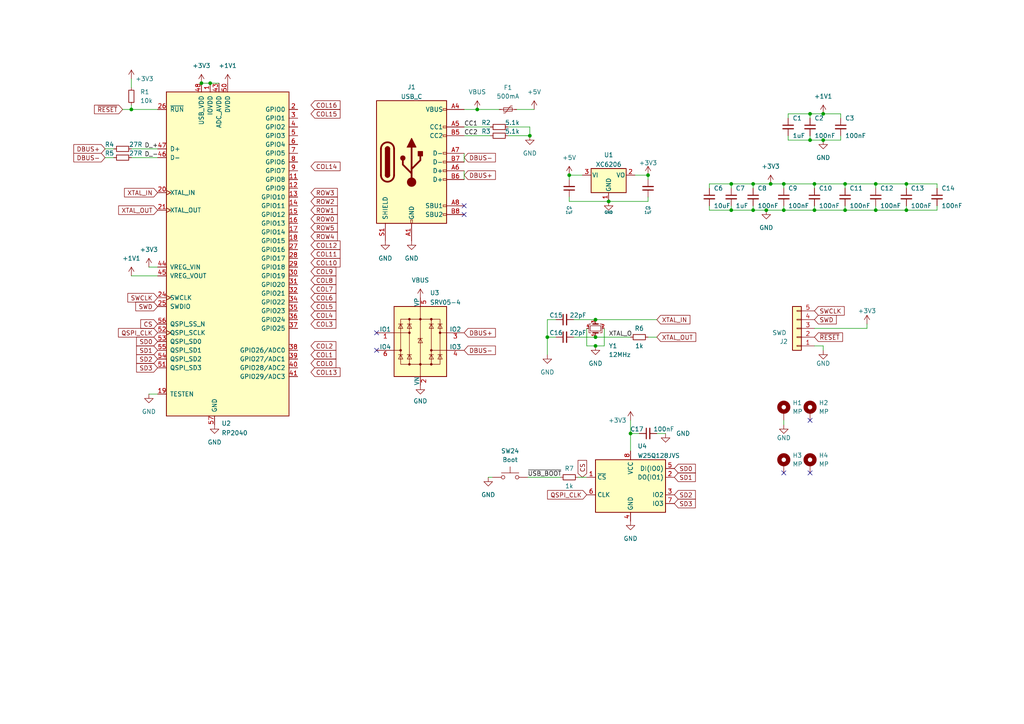
<source format=kicad_sch>
(kicad_sch (version 20211123) (generator eeschema)
  (paper "A4")
  (junction (at 227.33 60.96))
  (junction (at 182.88 125.73))
  (junction (at 355.6 63.5))
  (junction (at 340.36 118.11))
  (junction (at 153.67 39.37))
  (junction (at 187.96 50.8) (diameter 0.9144))
  (junction (at 360.68 123.19))
  (junction (at 60.96 24.13))
  (junction (at 176.53 58.42) (diameter 0.9144))
  (junction (at 158.75 97.79))
  (junction (at 340.36 106.68))
  (junction (at 335.28 96.52))
  (junction (at 355.6 80.01))
  (junction (at 360.68 57.15))
  (junction (at 236.22 53.34))
  (junction (at 370.84 68.58))
  (junction (at 365.76 96.52))
  (junction (at 350.52 123.19))
  (junction (at 245.11 53.34))
  (junction (at 335.28 113.03))
  (junction (at 345.44 63.5))
  (junction (at 212.09 60.96))
  (junction (at 245.11 60.96))
  (junction (at 172.72 92.71))
  (junction (at 223.52 53.34))
  (junction (at 238.76 33.02))
  (junction (at 138.43 31.75))
  (junction (at 345.44 80.01))
  (junction (at 335.28 46.99))
  (junction (at 345.44 46.99))
  (junction (at 58.42 24.13))
  (junction (at 365.76 46.99))
  (junction (at 340.36 90.17))
  (junction (at 234.95 33.02))
  (junction (at 355.6 96.52))
  (junction (at 355.6 46.99))
  (junction (at 350.52 57.15))
  (junction (at 262.89 60.96))
  (junction (at 360.68 106.68))
  (junction (at 350.52 73.66))
  (junction (at 360.68 90.17))
  (junction (at 38.1 31.75))
  (junction (at 345.44 96.52))
  (junction (at 236.22 60.96))
  (junction (at 340.36 57.15))
  (junction (at 365.76 63.5))
  (junction (at 212.09 53.34))
  (junction (at 172.72 100.33))
  (junction (at 165.1 50.8) (diameter 0.9144))
  (junction (at 222.25 60.96))
  (junction (at 365.76 80.01))
  (junction (at 218.44 53.34))
  (junction (at 340.36 73.66))
  (junction (at 360.68 73.66))
  (junction (at 335.28 80.01))
  (junction (at 335.28 63.5))
  (junction (at 172.72 97.79))
  (junction (at 350.52 106.68))
  (junction (at 340.36 123.19))
  (junction (at 227.33 53.34))
  (junction (at 254 53.34))
  (junction (at 218.44 60.96))
  (junction (at 234.95 40.64))
  (junction (at 262.89 53.34))
  (junction (at 238.76 40.64))
  (junction (at 370.84 101.6))
  (junction (at 350.52 90.17))
  (junction (at 254 60.96))
  (no_connect (at 134.62 59.69))
  (no_connect (at 134.62 62.23))
  (no_connect (at 234.95 121.92))
  (no_connect (at 234.95 137.16))
  (no_connect (at 227.33 137.16))
  (no_connect (at 109.22 101.6))
  (no_connect (at 109.22 96.52))
  (wire (pts (xy 147.32 36.83) (xy 153.67 36.83)))
  (wire (pts (xy 355.6 46.99) (xy 355.6 63.5)))
  (wire (pts (xy 165.1 50.8) (xy 165.1 52.07)))
  (wire (pts (xy 238.76 100.33) (xy 236.22 100.33)))
  (wire (pts (xy 365.76 96.52) (xy 365.76 113.03)))
  (wire (pts (xy 360.68 123.19) (xy 370.84 123.19)))
  (wire (pts (xy 321.31 123.19) (xy 340.36 123.19)))
  (wire (pts (xy 234.95 33.02) (xy 228.6 33.02)))
  (wire (pts (xy 370.84 101.6) (xy 377.19 101.6)))
  (wire (pts (xy 176.53 58.42) (xy 187.96 58.42)))
  (wire (pts (xy 170.18 100.33) (xy 172.72 100.33)))
  (wire (pts (xy 345.44 34.29) (xy 345.44 46.99)))
  (wire (pts (xy 335.28 113.03) (xy 339.09 113.03)))
  (wire (pts (xy 175.26 95.25) (xy 175.26 100.33)))
  (wire (pts (xy 153.67 36.83) (xy 153.67 39.37)))
  (wire (pts (xy 222.25 60.96) (xy 227.33 60.96)))
  (wire (pts (xy 58.42 24.13) (xy 60.96 24.13)))
  (wire (pts (xy 134.62 31.75) (xy 138.43 31.75)))
  (wire (pts (xy 190.5 125.73) (xy 193.04 125.73)))
  (wire (pts (xy 350.52 73.66) (xy 360.68 73.66)))
  (wire (pts (xy 134.62 44.45) (xy 134.62 46.99)))
  (wire (pts (xy 153.035 138.43) (xy 162.56 138.43)))
  (wire (pts (xy 355.6 63.5) (xy 355.6 80.01)))
  (wire (pts (xy 218.44 53.34) (xy 223.52 53.34)))
  (wire (pts (xy 161.29 92.71) (xy 158.75 92.71)))
  (wire (pts (xy 340.36 123.19) (xy 350.52 123.19)))
  (wire (pts (xy 165.1 50.8) (xy 168.91 50.8)))
  (wire (pts (xy 187.96 50.8) (xy 187.96 52.07)))
  (wire (pts (xy 340.36 73.66) (xy 350.52 73.66)))
  (wire (pts (xy 185.42 125.73) (xy 182.88 125.73)))
  (wire (pts (xy 335.28 80.01) (xy 335.28 96.52)))
  (wire (pts (xy 166.37 92.71) (xy 172.72 92.71)))
  (wire (pts (xy 30.48 45.72) (xy 33.02 45.72)))
  (wire (pts (xy 187.96 97.79) (xy 190.5 97.79)))
  (wire (pts (xy 360.68 57.15) (xy 370.84 57.15)))
  (wire (pts (xy 158.75 97.79) (xy 158.75 102.87)))
  (wire (pts (xy 238.76 33.02) (xy 243.84 33.02)))
  (wire (pts (xy 175.26 100.33) (xy 172.72 100.33)))
  (wire (pts (xy 345.44 63.5) (xy 345.44 80.01)))
  (wire (pts (xy 43.18 77.47) (xy 45.72 77.47)))
  (wire (pts (xy 158.75 97.79) (xy 161.29 97.79)))
  (wire (pts (xy 205.74 54.61) (xy 205.74 53.34)))
  (wire (pts (xy 234.95 33.02) (xy 234.95 34.29)))
  (wire (pts (xy 365.76 63.5) (xy 365.76 80.01)))
  (wire (pts (xy 236.22 60.96) (xy 236.22 59.69)))
  (wire (pts (xy 321.31 106.68) (xy 340.36 106.68)))
  (wire (pts (xy 172.72 92.71) (xy 190.5 92.71)))
  (wire (pts (xy 38.1 22.86) (xy 38.1 25.4)))
  (wire (pts (xy 340.36 118.11) (xy 344.17 118.11)))
  (wire (pts (xy 236.22 53.34) (xy 236.22 54.61)))
  (wire (pts (xy 165.1 57.15) (xy 165.1 58.42)))
  (wire (pts (xy 335.28 96.52) (xy 335.28 113.03)))
  (wire (pts (xy 182.88 121.92) (xy 182.88 125.73)))
  (wire (pts (xy 245.11 60.96) (xy 254 60.96)))
  (wire (pts (xy 35.56 31.75) (xy 38.1 31.75)))
  (wire (pts (xy 167.64 138.43) (xy 170.18 138.43)))
  (wire (pts (xy 355.6 96.52) (xy 355.6 113.03)))
  (wire (pts (xy 243.84 33.02) (xy 243.84 34.29)))
  (wire (pts (xy 38.1 43.18) (xy 45.72 43.18)))
  (wire (pts (xy 335.28 63.5) (xy 335.28 80.01)))
  (wire (pts (xy 236.22 95.25) (xy 251.46 95.25)))
  (wire (pts (xy 245.11 53.34) (xy 245.11 54.61)))
  (wire (pts (xy 134.62 39.37) (xy 142.24 39.37)))
  (wire (pts (xy 30.48 43.18) (xy 33.02 43.18)))
  (wire (pts (xy 228.6 40.64) (xy 234.95 40.64)))
  (wire (pts (xy 238.76 40.64) (xy 243.84 40.64)))
  (wire (pts (xy 218.44 59.69) (xy 218.44 60.96)))
  (wire (pts (xy 251.46 95.25) (xy 251.46 93.98)))
  (wire (pts (xy 254 59.69) (xy 254 60.96)))
  (wire (pts (xy 141.605 138.43) (xy 142.875 138.43)))
  (wire (pts (xy 166.37 97.79) (xy 172.72 97.79)))
  (wire (pts (xy 149.86 31.75) (xy 154.94 31.75)))
  (wire (pts (xy 321.31 73.66) (xy 340.36 73.66)))
  (wire (pts (xy 254 53.34) (xy 262.89 53.34)))
  (wire (pts (xy 350.52 106.68) (xy 360.68 106.68)))
  (wire (pts (xy 45.72 80.01) (xy 38.1 80.01)))
  (wire (pts (xy 218.44 60.96) (xy 222.25 60.96)))
  (wire (pts (xy 355.6 80.01) (xy 355.6 96.52)))
  (wire (pts (xy 205.74 60.96) (xy 212.09 60.96)))
  (wire (pts (xy 134.62 49.53) (xy 134.62 52.07)))
  (wire (pts (xy 340.36 90.17) (xy 350.52 90.17)))
  (wire (pts (xy 212.09 59.69) (xy 212.09 60.96)))
  (wire (pts (xy 350.52 57.15) (xy 360.68 57.15)))
  (wire (pts (xy 365.76 96.52) (xy 372.11 96.52)))
  (wire (pts (xy 345.44 46.99) (xy 345.44 63.5)))
  (wire (pts (xy 355.6 34.29) (xy 355.6 46.99)))
  (wire (pts (xy 223.52 53.34) (xy 227.33 53.34)))
  (wire (pts (xy 262.89 53.34) (xy 262.89 54.61)))
  (wire (pts (xy 345.44 96.52) (xy 345.44 113.03)))
  (wire (pts (xy 360.68 106.68) (xy 370.84 106.68)))
  (wire (pts (xy 227.33 53.34) (xy 236.22 53.34)))
  (wire (pts (xy 335.28 34.29) (xy 335.28 46.99)))
  (wire (pts (xy 147.32 39.37) (xy 153.67 39.37)))
  (wire (pts (xy 218.44 53.34) (xy 212.09 53.34)))
  (wire (pts (xy 262.89 60.96) (xy 262.89 59.69)))
  (wire (pts (xy 254 60.96) (xy 262.89 60.96)))
  (wire (pts (xy 365.76 46.99) (xy 365.76 63.5)))
  (wire (pts (xy 60.96 24.13) (xy 63.5 24.13)))
  (wire (pts (xy 236.22 60.96) (xy 245.11 60.96)))
  (wire (pts (xy 350.52 123.19) (xy 360.68 123.19)))
  (wire (pts (xy 172.72 97.79) (xy 182.88 97.79)))
  (wire (pts (xy 262.89 53.34) (xy 271.78 53.34)))
  (wire (pts (xy 335.28 46.99) (xy 335.28 63.5)))
  (wire (pts (xy 38.1 45.72) (xy 45.72 45.72)))
  (wire (pts (xy 134.62 36.83) (xy 142.24 36.83)))
  (wire (pts (xy 205.74 59.69) (xy 205.74 60.96)))
  (wire (pts (xy 212.09 60.96) (xy 218.44 60.96)))
  (wire (pts (xy 262.89 60.96) (xy 271.78 60.96)))
  (wire (pts (xy 170.18 95.25) (xy 170.18 100.33)))
  (wire (pts (xy 234.95 40.64) (xy 238.76 40.64)))
  (wire (pts (xy 218.44 53.34) (xy 218.44 54.61)))
  (wire (pts (xy 176.53 58.42) (xy 165.1 58.42)))
  (wire (pts (xy 365.76 34.29) (xy 365.76 46.99)))
  (wire (pts (xy 243.84 40.64) (xy 243.84 39.37)))
  (wire (pts (xy 236.22 53.34) (xy 245.11 53.34)))
  (wire (pts (xy 182.88 125.73) (xy 182.88 130.81)))
  (wire (pts (xy 360.68 73.66) (xy 370.84 73.66)))
  (wire (pts (xy 271.78 53.34) (xy 271.78 54.61)))
  (wire (pts (xy 238.76 33.02) (xy 234.95 33.02)))
  (wire (pts (xy 38.1 31.75) (xy 45.72 31.75)))
  (wire (pts (xy 184.15 50.8) (xy 187.96 50.8)))
  (wire (pts (xy 234.95 39.37) (xy 234.95 40.64)))
  (wire (pts (xy 205.74 53.34) (xy 212.09 53.34)))
  (wire (pts (xy 245.11 59.69) (xy 245.11 60.96)))
  (wire (pts (xy 340.36 57.15) (xy 350.52 57.15)))
  (wire (pts (xy 254 53.34) (xy 254 54.61)))
  (wire (pts (xy 345.44 80.01) (xy 345.44 96.52)))
  (wire (pts (xy 227.33 60.96) (xy 236.22 60.96)))
  (wire (pts (xy 321.31 57.15) (xy 340.36 57.15)))
  (wire (pts (xy 238.76 100.33) (xy 238.76 101.6)))
  (wire (pts (xy 212.09 53.34) (xy 212.09 54.61)))
  (wire (pts (xy 365.76 63.5) (xy 372.11 63.5)))
  (wire (pts (xy 245.11 53.34) (xy 254 53.34)))
  (wire (pts (xy 227.33 53.34) (xy 227.33 54.61)))
  (wire (pts (xy 228.6 39.37) (xy 228.6 40.64)))
  (wire (pts (xy 138.43 31.75) (xy 144.78 31.75)))
  (wire (pts (xy 43.18 114.3) (xy 45.72 114.3)))
  (wire (pts (xy 227.33 121.92) (xy 227.33 123.19)))
  (wire (pts (xy 340.36 106.68) (xy 350.52 106.68)))
  (wire (pts (xy 360.68 90.17) (xy 370.84 90.17)))
  (wire (pts (xy 271.78 60.96) (xy 271.78 59.69)))
  (wire (pts (xy 158.75 92.71) (xy 158.75 97.79)))
  (wire (pts (xy 370.84 68.58) (xy 377.19 68.58)))
  (wire (pts (xy 187.96 57.15) (xy 187.96 58.42)))
  (wire (pts (xy 321.31 90.17) (xy 340.36 90.17)))
  (wire (pts (xy 350.52 90.17) (xy 360.68 90.17)))
  (wire (pts (xy 228.6 33.02) (xy 228.6 34.29)))
  (wire (pts (xy 365.76 80.01) (xy 365.76 96.52)))
  (wire (pts (xy 227.33 60.96) (xy 227.33 59.69)))
  (wire (pts (xy 38.1 30.48) (xy 38.1 31.75)))
  (label "D_+" (at 41.91 43.18 0))
  (label "~{USB_BOOT}" (at 153.035 138.43 0))
  (label "D_-" (at 41.91 45.72 0))
  (label "XTAL_O" (at 176.53 97.79 0))
  (label "CC2" (at 134.62 39.37 0))
  (label "CC1" (at 134.62 36.83 0))
  (global_label "ROW5" (shape input) (at 90.17 66.04 0) (property "Intersheet References" "${INTERSHEET_REFS}" (effects hide)))
  (global_label "~{RESET}" (shape input) (at 236.22 97.79 0) (property "Intersheet References" "${INTERSHEET_REFS}" (effects hide)))
  (global_label "SD0" (shape input) (at 195.58 135.89 0) (property "Intersheet References" "${INTERSHEET_REFS}" (effects hide)))
  (global_label "SWCLK" (shape input) (at 45.72 86.36 180) (property "Intersheet References" "${INTERSHEET_REFS}" (effects hide)))
  (global_label "COL10" (shape input) (at 90.17 76.2 0) (property "Intersheet References" "${INTERSHEET_REFS}" (effects hide)))
  (global_label "DBUS-" (shape input) (at 30.48 45.72 180) (property "Intersheet References" "${INTERSHEET_REFS}" (effects hide)))
  (global_label "ROW1" (shape input) (at 90.17 60.96 0) (property "Intersheet References" "${INTERSHEET_REFS}" (effects hide)))
  (global_label "COL13" (shape input) (at 90.17 107.95 0) (property "Intersheet References" "${INTERSHEET_REFS}" (effects hide)))
  (global_label "SD3" (shape input) (at 45.72 106.68 180) (property "Intersheet References" "${INTERSHEET_REFS}" (effects hide)))
  (global_label "SWD" (shape input) (at 236.22 92.71 0) (property "Intersheet References" "${INTERSHEET_REFS}" (effects hide)))
  (global_label "XTAL_IN" (shape input) (at 190.5 92.71 0) (property "Intersheet References" "${INTERSHEET_REFS}" (effects hide)))
  (global_label "COL11" (shape input) (at 90.17 73.66 0) (property "Intersheet References" "${INTERSHEET_REFS}" (effects hide)))
  (global_label "ROW1" (shape input) (at 321.31 73.66 180) (property "Intersheet References" "${INTERSHEET_REFS}" (effects hide)))
  (global_label "XTAL_IN" (shape input) (at 45.72 55.88 180) (property "Intersheet References" "${INTERSHEET_REFS}" (effects hide)))
  (global_label "COL6" (shape input) (at 90.17 86.36 0) (property "Intersheet References" "${INTERSHEET_REFS}" (effects hide)))
  (global_label "DBUS+" (shape input) (at 134.62 96.52 0) (property "Intersheet References" "${INTERSHEET_REFS}" (effects hide)))
  (global_label "SD0" (shape input) (at 45.72 99.06 180) (property "Intersheet References" "${INTERSHEET_REFS}" (effects hide)))
  (global_label "COL8" (shape input) (at 90.17 81.28 0) (property "Intersheet References" "${INTERSHEET_REFS}" (effects hide)))
  (global_label "ROW3" (shape input) (at 321.31 106.68 180) (property "Intersheet References" "${INTERSHEET_REFS}" (effects hide)))
  (global_label "DBUS+" (shape input) (at 30.48 43.18 180) (property "Intersheet References" "${INTERSHEET_REFS}" (effects hide)))
  (global_label "COL0" (shape input) (at 90.17 105.41 0) (property "Intersheet References" "${INTERSHEET_REFS}" (effects hide)))
  (global_label "CS" (shape input) (at 168.91 138.43 90) (property "Intersheet References" "${INTERSHEET_REFS}" (effects hide)))
  (global_label "COL0" (shape input) (at 335.28 34.29 90) (property "Intersheet References" "${INTERSHEET_REFS}" (effects hide)))
  (global_label "COL14" (shape input) (at 90.17 48.26 0) (property "Intersheet References" "${INTERSHEET_REFS}" (effects hide)))
  (global_label "COL3" (shape input) (at 365.76 34.29 90) (property "Intersheet References" "${INTERSHEET_REFS}" (effects hide)))
  (global_label "COL1" (shape input) (at 90.17 102.87 0) (property "Intersheet References" "${INTERSHEET_REFS}" (effects hide)))
  (global_label "COL16" (shape input) (at 90.17 30.48 0) (property "Intersheet References" "${INTERSHEET_REFS}" (effects hide)))
  (global_label "QSPI_CLK" (shape input) (at 45.72 96.52 180) (property "Intersheet References" "${INTERSHEET_REFS}" (effects hide)))
  (global_label "SD1" (shape input) (at 45.72 101.6 180) (property "Intersheet References" "${INTERSHEET_REFS}" (effects hide)))
  (global_label "SD1" (shape input) (at 195.58 138.43 0) (property "Intersheet References" "${INTERSHEET_REFS}" (effects hide)))
  (global_label "XTAL_OUT" (shape input) (at 45.72 60.96 180) (property "Intersheet References" "${INTERSHEET_REFS}" (effects hide)))
  (global_label "SD2" (shape input) (at 195.58 143.51 0) (property "Intersheet References" "${INTERSHEET_REFS}" (effects hide)))
  (global_label "COL3" (shape input) (at 90.17 93.98 0) (property "Intersheet References" "${INTERSHEET_REFS}" (effects hide)))
  (global_label "COL7" (shape input) (at 90.17 83.82 0) (property "Intersheet References" "${INTERSHEET_REFS}" (effects hide)))
  (global_label "XTAL_OUT" (shape input) (at 190.5 97.79 0) (property "Intersheet References" "${INTERSHEET_REFS}" (effects hide)))
  (global_label "ROW0" (shape input) (at 90.17 63.5 0) (property "Intersheet References" "${INTERSHEET_REFS}" (effects hide)))
  (global_label "SWCLK" (shape input) (at 236.22 90.17 0) (property "Intersheet References" "${INTERSHEET_REFS}" (effects hide)))
  (global_label "ROW4" (shape input) (at 90.17 68.58 0) (property "Intersheet References" "${INTERSHEET_REFS}" (effects hide)))
  (global_label "COL1" (shape input) (at 345.44 34.29 90) (property "Intersheet References" "${INTERSHEET_REFS}" (effects hide)))
  (global_label "ROW2" (shape input) (at 321.31 90.17 180) (property "Intersheet References" "${INTERSHEET_REFS}" (effects hide)))
  (global_label "ROW2" (shape input) (at 90.17 58.42 0) (property "Intersheet References" "${INTERSHEET_REFS}" (effects hide)))
  (global_label "ROW3" (shape input) (at 90.17 55.88 0) (property "Intersheet References" "${INTERSHEET_REFS}" (effects hide)))
  (global_label "COL12" (shape input) (at 90.17 71.12 0) (property "Intersheet References" "${INTERSHEET_REFS}" (effects hide)))
  (global_label "SWD" (shape input) (at 45.72 88.9 180) (property "Intersheet References" "${INTERSHEET_REFS}" (effects hide)))
  (global_label "SD3" (shape input) (at 195.58 146.05 0) (property "Intersheet References" "${INTERSHEET_REFS}" (effects hide)))
  (global_label "COL15" (shape input) (at 90.17 33.02 0) (property "Intersheet References" "${INTERSHEET_REFS}" (effects hide)))
  (global_label "SD2" (shape input) (at 45.72 104.14 180) (property "Intersheet References" "${INTERSHEET_REFS}" (effects hide)))
  (global_label "DBUS-" (shape input) (at 134.62 101.6 0) (property "Intersheet References" "${INTERSHEET_REFS}" (effects hide)))
  (global_label "COL5" (shape input) (at 90.17 88.9 0) (property "Intersheet References" "${INTERSHEET_REFS}" (effects hide)))
  (global_label "DBUS-" (shape input) (at 134.62 45.72 0) (property "Intersheet References" "${INTERSHEET_REFS}" (effects hide)))
  (global_label "COL4" (shape input) (at 90.17 91.44 0) (property "Intersheet References" "${INTERSHEET_REFS}" (effects hide)))
  (global_label "~{RESET}" (shape input) (at 35.56 31.75 180) (property "Intersheet References" "${INTERSHEET_REFS}" (effects hide)))
  (global_label "CS" (shape input) (at 45.72 93.98 180) (property "Intersheet References" "${INTERSHEET_REFS}" (effects hide)))
  (global_label "COL9" (shape input) (at 90.17 78.74 0) (property "Intersheet References" "${INTERSHEET_REFS}" (effects hide)))
  (global_label "QSPI_CLK" (shape input) (at 170.18 143.51 180) (property "Intersheet References" "${INTERSHEET_REFS}" (effects hide)))
  (global_label "COL2" (shape input) (at 90.17 100.33 0) (property "Intersheet References" "${INTERSHEET_REFS}" (effects hide)))
  (global_label "DBUS+" (shape input) (at 134.62 50.8 0) (property "Intersheet References" "${INTERSHEET_REFS}" (effects hide)))
  (global_label "ROW4" (shape input) (at 321.31 123.19 180) (property "Intersheet References" "${INTERSHEET_REFS}" (effects hide)))
  (global_label "ROW0" (shape input) (at 321.31 57.15 180) (property "Intersheet References" "${INTERSHEET_REFS}" (effects hide)))
  (global_label "COL2" (shape input) (at 355.6 34.29 90) (property "Intersheet References" "${INTERSHEET_REFS}" (effects hide)))
  (symbol (lib_id "marbastlib-mx:MX_SW_HS") (at 368.3 99.06 0) (unit 1)
    (property "Reference" "SW17" (at 368.3 92.6805 0))
    (property "Value" "?" (at 368.3 95.4556 0))
    (property "Footprint" "marbastlib-mx:SW_MX_HS_1u" (effects hide))
  )
  (symbol (lib_id "marbastlib-mx:MX_SW_HS") (at 347.98 66.04 0) (unit 1)
    (property "Reference" "SW6" (at 347.98 59.6605 0))
    (property "Value" "?" (at 347.98 62.4356 0))
    (property "Footprint" "marbastlib-mx:SW_MX_HS_1u" (effects hide))
  )
  (symbol (lib_id "Device:D_Small") (at 360.68 104.14 90) (unit 1)
    (property "Reference" "D15" (at 359.41 102.87 90) (effects (justify left)))
    (property "Value" "D" (at 359.41 105.6451 90) (effects (justify left)))
    (property "Footprint" "Diode_SMD:D_SOD-123" (effects hide))
    (property "LCSC" "C81598" (effects hide))
  )
  (symbol (lib_id "Device:D_Small") (at 340.36 87.63 90) (unit 1)
    (property "Reference" "D9" (at 339.09 86.36 90) (effects (justify left)))
    (property "Value" "D" (at 339.09 89.1351 90) (effects (justify left)))
    (property "Footprint" "Diode_SMD:D_SOD-123" (effects hide))
    (property "LCSC" "C81598" (effects hide))
  )
  (symbol (lib_id "marbastlib-mx:MX_stab") (at 384.81 106.68 270) (unit 1)
    (property "Reference" "S2" (at 388.62 105.4099 90) (effects (justify left)))
    (property "Value" "MX_stab" (at 388.62 107.9499 90) (effects (justify left)))
    (property "Footprint" "marbastlib-mx:STAB_MX_2u" (effects hide))
  )
  (symbol (lib_id "Device:C_Small") (at 245.11 57.15 0) (unit 1)
    (property "Reference" "C11" (at 246.38 54.6099 0) (effects (justify left)))
    (property "Value" "100nF" (at 246.38 59.6899 0) (effects (justify left)))
    (property "Footprint" "Capacitor_SMD:C_0402_1005Metric" (effects hide))
    (property "LCSC" "C1525" (effects hide))
  )
  (symbol (lib_id "power:VBUS") (at 138.43 31.75 0) (unit 1)
    (property "Reference" "#PWR04" (effects hide))
    (property "Value" "VBUS" (at 138.43 26.67 0))
  )
  (symbol (lib_id "power:GND") (at 172.72 100.33 0) (unit 1)
    (property "Reference" "#PWR020" (effects hide))
    (property "Value" "GND" (at 172.72 105.41 0))
  )
  (symbol (lib_id "Mechanical:MountingHole_Pad") (at 234.95 134.62 0) (unit 1)
    (property "Reference" "H4" (at 237.49 132.0799 0) (effects (justify left)))
    (property "Value" "MP" (at 237.49 134.6199 0) (effects (justify left)))
    (property "Footprint" "MountingHole:MountingHole_2.2mm_M2_ISO14580_Pad" (effects hide))
  )
  (symbol (lib_id "Device:C_Small") (at 187.96 125.73 90) (unit 1)
    (property "Reference" "C17" (at 186.6899 124.46 90) (effects (justify left)))
    (property "Value" "100nF" (at 195.5799 124.46 90) (effects (justify left)))
    (property "Footprint" "Capacitor_SMD:C_0402_1005Metric" (effects hide))
    (property "LCSC" "C1525" (effects hide))
  )
  (symbol (lib_id "Device:D_Small") (at 370.84 120.65 90) (unit 1)
    (property "Reference" "D20" (at 369.57 119.38 90) (effects (justify left)))
    (property "Value" "D" (at 369.57 122.1551 90) (effects (justify left)))
    (property "Footprint" "Diode_SMD:D_SOD-123" (effects hide))
    (property "LCSC" "C81598" (effects hide))
  )
  (symbol (lib_id "Device:C_Small") (at 254 57.15 0) (unit 1)
    (property "Reference" "C12" (at 255.27 54.6099 0) (effects (justify left)))
    (property "Value" "100nF" (at 255.27 59.6899 0) (effects (justify left)))
    (property "Footprint" "Capacitor_SMD:C_0402_1005Metric" (effects hide))
    (property "LCSC" "C1525" (effects hide))
  )
  (symbol (lib_id "Device:D_Small") (at 340.36 71.12 90) (unit 1)
    (property "Reference" "D5" (at 339.09 69.85 90) (effects (justify left)))
    (property "Value" "D" (at 339.09 72.6251 90) (effects (justify left)))
    (property "Footprint" "Diode_SMD:D_SOD-123" (effects hide))
    (property "LCSC" "C81598" (effects hide))
  )
  (symbol (lib_id "power:GND") (at 119.38 69.85 0) (unit 1)
    (property "Reference" "#PWR015" (effects hide))
    (property "Value" "GND" (at 119.38 74.93 0))
  )
  (symbol (lib_id "marbastlib-mx:MX_SW_HS") (at 358.14 82.55 0) (unit 1)
    (property "Reference" "SW12" (at 358.14 76.1705 0))
    (property "Value" "?" (at 358.14 78.9456 0))
    (property "Footprint" "marbastlib-mx:SW_MX_HS_1u" (effects hide))
  )
  (symbol (lib_id "Device:R_Small") (at 165.1 138.43 90) (unit 1)
    (property "Reference" "R7" (at 165.1 135.89 90))
    (property "Value" "1k" (at 165.1 140.97 90))
    (property "Footprint" "Resistor_SMD:R_0402_1005Metric" (effects hide))
    (property "LCSC" "C11702" (effects hide))
  )
  (symbol (lib_id "Device:D_Small") (at 370.84 71.12 90) (unit 1)
    (property "Reference" "D8" (at 369.57 69.85 90) (effects (justify left)))
    (property "Value" "D" (at 369.57 72.6251 90) (effects (justify left)))
    (property "Footprint" "Diode_SMD:D_SOD-123" (effects hide))
    (property "LCSC" "C81598" (effects hide))
  )
  (symbol (lib_id "marbastlib-mx:MX_stab") (at 384.81 76.2 270) (unit 1)
    (property "Reference" "S1" (at 388.62 74.9299 90) (effects (justify left)))
    (property "Value" "MX_stab" (at 388.62 77.4699 90) (effects (justify left)))
    (property "Footprint" "marbastlib-mx:STAB_MX_2u" (effects hide))
  )
  (symbol (lib_id "power:GND") (at 227.33 123.19 0) (mirror y) (unit 1)
    (property "Reference" "#PWR0101" (effects hide))
    (property "Value" "GND" (at 227.33 127 0))
  )
  (symbol (lib_id "Device:C_Small") (at 236.22 57.15 0) (unit 1)
    (property "Reference" "C10" (at 237.49 54.6099 0) (effects (justify left)))
    (property "Value" "100nF" (at 237.49 59.6899 0) (effects (justify left)))
    (property "Footprint" "Capacitor_SMD:C_0402_1005Metric" (effects hide))
    (property "LCSC" "C1525" (effects hide))
  )
  (symbol (lib_id "Device:D_Small") (at 370.84 104.14 90) (unit 1)
    (property "Reference" "D16" (at 369.57 102.87 90) (effects (justify left)))
    (property "Value" "D" (at 369.57 105.6451 90) (effects (justify left)))
    (property "Footprint" "Diode_SMD:D_SOD-123" (effects hide))
    (property "LCSC" "C81598" (effects hide))
  )
  (symbol (lib_id "Device:D_Small") (at 360.68 87.63 90) (unit 1)
    (property "Reference" "D11" (at 359.41 86.36 90) (effects (justify left)))
    (property "Value" "D" (at 359.41 89.1351 90) (effects (justify left)))
    (property "Footprint" "Diode_SMD:D_SOD-123" (effects hide))
    (property "LCSC" "C81598" (effects hide))
  )
  (symbol (lib_id "Device:D_Small") (at 360.68 54.61 90) (unit 1)
    (property "Reference" "D3" (at 359.41 53.34 90) (effects (justify left)))
    (property "Value" "D" (at 359.41 56.1151 90) (effects (justify left)))
    (property "Footprint" "Diode_SMD:D_SOD-123" (effects hide))
    (property "LCSC" "C81598" (effects hide))
  )
  (symbol (lib_id "marbastlib-mx:MX_SW_HS") (at 347.98 115.57 0) (unit 1)
    (property "Reference" "SW21" (at 347.98 109.22 0))
    (property "Value" "?" (at 347.98 111.76 0))
    (property "Footprint" "marbastlib-mx:SW_MX_HS_1u" (effects hide))
  )
  (symbol (lib_id "Device:R_Small") (at 38.1 27.94 0) (unit 1)
    (property "Reference" "R1" (at 40.64 26.6699 0) (effects (justify left)))
    (property "Value" "10k" (at 40.64 29.2099 0) (effects (justify left)))
    (property "Footprint" "Resistor_SMD:R_0402_1005Metric" (effects hide))
    (property "LCSC" "C25744" (effects hide))
  )
  (symbol (lib_id "power:GND") (at 141.605 138.43 0) (unit 1)
    (property "Reference" "#PWR028" (effects hide))
    (property "Value" "GND" (at 141.605 143.51 0))
  )
  (symbol (lib_id "power:VBUS") (at 121.92 86.36 0) (unit 1)
    (property "Reference" "#PWR018" (effects hide))
    (property "Value" "VBUS" (at 121.92 81.28 0))
  )
  (symbol (lib_id "power:GND") (at 43.18 114.3 0) (unit 1)
    (property "Reference" "#PWR024" (effects hide))
    (property "Value" "GND" (at 43.18 119.38 0))
  )
  (symbol (lib_id "Device:D_Small") (at 370.84 54.61 90) (unit 1)
    (property "Reference" "D4" (at 369.57 53.34 90) (effects (justify left)))
    (property "Value" "D" (at 369.57 56.1151 90) (effects (justify left)))
    (property "Footprint" "Diode_SMD:D_SOD-123" (effects hide))
    (property "LCSC" "C81598" (effects hide))
  )
  (symbol (lib_id "power:+3V3") (at 251.46 93.98 0) (mirror y) (unit 1)
    (property "Reference" "#PWR019" (effects hide))
    (property "Value" "+3V3" (at 251.46 90.17 0))
  )
  (symbol (lib_id "marbastlib-mx:MX_SW_HS") (at 337.82 49.53 0) (unit 1)
    (property "Reference" "SW1" (at 337.82 43.1505 0))
    (property "Value" "?" (at 337.82 45.9256 0))
    (property "Footprint" "marbastlib-mx:SW_MX_HS_1u" (effects hide))
  )
  (symbol (lib_id "power:+3.3V") (at 187.96 50.8 0) (unit 1)
    (property "Reference" "#PWR010" (effects hide))
    (property "Value" "+3.3V" (at 187.96 47.2526 0))
  )
  (symbol (lib_id "marbastlib-mx:MX_SW_HS") (at 368.3 82.55 0) (unit 1)
    (property "Reference" "SW13" (at 368.3 76.1705 0))
    (property "Value" "?" (at 368.3 78.9456 0))
    (property "Footprint" "marbastlib-mx:SW_MX_HS_1u" (effects hide))
  )
  (symbol (lib_id "Connector:USB_C_Receptacle_USB2.0") (at 119.38 46.99 0) (unit 1)
    (property "Reference" "J1" (at 119.38 25.2435 0))
    (property "Value" "USB_C" (at 119.38 28.0186 0))
    (property "Footprint" "Connector_USB:USB_C_Receptacle_HRO_TYPE-C-31-M-12" (effects hide))
    (property "Datasheet" "https://www.usb.org/sites/default/files/documents/usb_type-c.zip" (effects hide))
  )
  (symbol (lib_id "Device:R_Small") (at 144.78 39.37 90) (unit 1)
    (property "Reference" "R3" (at 140.97 38.1 90))
    (property "Value" "5.1k" (at 148.59 38.1 90))
    (property "Footprint" "Resistor_SMD:R_0402_1005Metric" (effects hide))
    (property "LCSC" "C25905" (effects hide))
  )
  (symbol (lib_id "marbastlib-mx:MX_SW_HS") (at 358.14 115.57 0) (unit 1)
    (property "Reference" "SW22" (at 358.14 109.22 0))
    (property "Value" "?" (at 358.14 111.76 0))
    (property "Footprint" "marbastlib-mx:SW_MX_HS_1u" (effects hide))
  )
  (symbol (lib_id "Connector_Generic:Conn_01x05") (at 231.14 95.25 180) (unit 1) (in_bom no)
    (property "Reference" "J2" (at 227.33 99.06 0))
    (property "Value" "SWD" (at 226.06 96.52 0))
    (property "Footprint" "Connector_PinSocket_2.54mm:PinSocket_1x05_P2.54mm_Vertical" (effects hide))
  )
  (symbol (lib_id "Device:C_Small") (at 187.96 54.61 180) (unit 1)
    (property "Reference" "C5" (at 187.96 60.325 0) (effects (font (size 0.762 0.762))))
    (property "Value" "1uF" (at 187.96 61.595 0) (effects (font (size 0.762 0.762))))
    (property "Footprint" "Capacitor_SMD:C_0402_1005Metric" (effects hide))
    (property "LCSC" "C52923" (effects hide))
  )
  (symbol (lib_id "Mechanical:MountingHole_Pad") (at 227.33 134.62 0) (unit 1)
    (property "Reference" "H3" (at 229.87 132.0799 0) (effects (justify left)))
    (property "Value" "MP" (at 229.87 134.6199 0) (effects (justify left)))
    (property "Footprint" "MountingHole:MountingHole_2.2mm_M2_ISO14580_Pad" (effects hide))
  )
  (symbol (lib_id "power:GND") (at 193.04 125.73 0) (unit 1)
    (property "Reference" "#PWR027" (effects hide))
    (property "Value" "GND" (at 198.12 125.73 0))
  )
  (symbol (lib_id "Device:C_Small") (at 234.95 36.83 0) (unit 1)
    (property "Reference" "C2" (at 236.22 34.2899 0) (effects (justify left)))
    (property "Value" "100nF" (at 236.22 39.3699 0) (effects (justify left)))
    (property "Footprint" "Capacitor_SMD:C_0402_1005Metric" (effects hide))
    (property "LCSC" "C1525" (effects hide))
  )
  (symbol (lib_id "Device:C_Small") (at 228.6 36.83 0) (unit 1)
    (property "Reference" "C1" (at 229.87 34.2899 0) (effects (justify left)))
    (property "Value" "1uF" (at 229.87 39.3699 0) (effects (justify left)))
    (property "Footprint" "Capacitor_SMD:C_0402_1005Metric" (effects hide))
    (property "LCSC" "C52923" (effects hide))
  )
  (symbol (lib_id "power:+1V1") (at 66.04 24.13 0) (unit 1)
    (property "Reference" "#PWR03" (effects hide))
    (property "Value" "+1V1" (at 66.04 19.05 0))
  )
  (symbol (lib_id "marbastlib-mx:MX_SW_HS") (at 337.82 115.57 0) (unit 1)
    (property "Reference" "SW19" (at 337.82 109.22 0))
    (property "Value" "?" (at 337.82 111.76 0))
    (property "Footprint" "marbastlib-mx:SW_MX_HS_1u" (effects hide))
  )
  (symbol (lib_id "marbastlib-mx:MX_SW_HS") (at 337.82 66.04 0) (unit 1)
    (property "Reference" "SW5" (at 337.82 59.6605 0))
    (property "Value" "?" (at 337.82 62.4356 0))
    (property "Footprint" "marbastlib-mx:SW_MX_HS_1u" (effects hide))
  )
  (symbol (lib_id "power:GND") (at 238.76 40.64 0) (unit 1)
    (property "Reference" "#PWR08" (effects hide))
    (property "Value" "GND" (at 238.76 45.72 0))
  )
  (symbol (lib_id "marbastlib-mx:MX_SW_HS") (at 368.3 115.57 0) (unit 1)
    (property "Reference" "SW23" (at 368.3 109.22 0))
    (property "Value" "?" (at 368.3 111.76 0))
    (property "Footprint" "marbastlib-mx:SW_MX_HS_1u" (effects hide))
  )
  (symbol (lib_id "Device:C_Small") (at 212.09 57.15 0) (unit 1)
    (property "Reference" "C7" (at 213.36 54.6099 0) (effects (justify left)))
    (property "Value" "1uF" (at 213.36 59.6899 0) (effects (justify left)))
    (property "Footprint" "Capacitor_SMD:C_0402_1005Metric" (effects hide))
    (property "LCSC" "C52923" (effects hide))
  )
  (symbol (lib_id "marbastlib-mx:MX_SW_HS") (at 337.82 82.55 0) (unit 1)
    (property "Reference" "SW10" (at 337.82 76.1705 0))
    (property "Value" "?" (at 337.82 78.9456 0))
    (property "Footprint" "marbastlib-mx:SW_MX_HS_1u" (effects hide))
  )
  (symbol (lib_id "power:GND") (at 182.88 151.13 0) (unit 1)
    (property "Reference" "#PWR029" (effects hide))
    (property "Value" "GND" (at 182.88 156.21 0))
  )
  (symbol (lib_id "Device:C_Small") (at 165.1 54.61 180) (unit 1)
    (property "Reference" "C4" (at 165.1 60.325 0) (effects (font (size 0.762 0.762))))
    (property "Value" "1uF" (at 165.1 61.595 0) (effects (font (size 0.762 0.762))))
    (property "Footprint" "Capacitor_SMD:C_0402_1005Metric" (effects hide))
    (property "LCSC" "C52923" (effects hide))
  )
  (symbol (lib_id "power:+5V") (at 165.1 50.8 0) (unit 1)
    (property "Reference" "#PWR09" (effects hide))
    (property "Value" "+5V" (at 165.1 45.72 0))
  )
  (symbol (lib_id "Switch:SW_Push") (at 147.955 138.43 0) (unit 1) (in_bom no)
    (property "Reference" "SW24" (at 147.955 130.81 0))
    (property "Value" "Boot" (at 147.955 133.35 0))
    (property "Footprint" "Connector_PinSocket_2.54mm:PinSocket_1x02_P2.54mm_Vertical" (effects hide))
  )
  (symbol (lib_id "marbastlib-mx:MX_SW_HS") (at 358.14 66.04 0) (unit 1)
    (property "Reference" "SW7" (at 358.14 59.6605 0))
    (property "Value" "?" (at 358.14 62.4356 0))
    (property "Footprint" "marbastlib-mx:SW_MX_HS_1u" (effects hide))
  )
  (symbol (lib_id "Device:D_Small") (at 340.36 104.14 90) (unit 1)
    (property "Reference" "D13" (at 339.09 102.87 90) (effects (justify left)))
    (property "Value" "D" (at 339.09 105.6451 90) (effects (justify left)))
    (property "Footprint" "Diode_SMD:D_SOD-123" (effects hide))
    (property "LCSC" "C81598" (effects hide))
  )
  (symbol (lib_id "Device:C_Small") (at 218.44 57.15 0) (unit 1)
    (property "Reference" "C8" (at 219.71 54.6099 0) (effects (justify left)))
    (property "Value" "100nF" (at 219.71 59.6899 0) (effects (justify left)))
    (property "Footprint" "Capacitor_SMD:C_0402_1005Metric" (effects hide))
    (property "LCSC" "C1525" (effects hide))
  )
  (symbol (lib_id "Mechanical:MountingHole_Pad") (at 227.33 119.38 0) (unit 1)
    (property "Reference" "H1" (at 229.87 116.8399 0) (effects (justify left)))
    (property "Value" "MP" (at 229.87 119.3799 0) (effects (justify left)))
    (property "Footprint" "MountingHole:MountingHole_2.2mm_M2_ISO14580_Pad" (effects hide))
  )
  (symbol (lib_id "Device:R_Small") (at 35.56 45.72 90) (unit 1)
    (property "Reference" "R5" (at 31.75 44.45 90))
    (property "Value" "27R" (at 39.37 44.45 90))
    (property "Footprint" "Resistor_SMD:R_0603_1608Metric" (effects hide))
    (property "LCSC" "C25190" (effects hide))
  )
  (symbol (lib_id "marbastlib-mx:MX_SW_HS") (at 374.65 66.04 0) (unit 1)
    (property "Reference" "SW9" (at 374.65 59.6605 0))
    (property "Value" "?" (at 374.65 62.4356 0))
    (property "Footprint" "marbastlib-mx:SW_MX_HS_1u" (effects hide))
  )
  (symbol (lib_id "Device:D_Small") (at 340.36 120.65 90) (unit 1)
    (property "Reference" "D17" (at 339.09 119.38 90) (effects (justify left)))
    (property "Value" "D" (at 339.09 122.1551 90) (effects (justify left)))
    (property "Footprint" "Diode_SMD:D_SOD-123" (effects hide))
    (property "LCSC" "C81598" (effects hide))
  )
  (symbol (lib_id "Device:D_Small") (at 350.52 120.65 90) (unit 1)
    (property "Reference" "D18" (at 349.25 119.38 90) (effects (justify left)))
    (property "Value" "D" (at 349.25 122.1551 90) (effects (justify left)))
    (property "Footprint" "Diode_SMD:D_SOD-123" (effects hide))
    (property "LCSC" "C81598" (effects hide))
  )
  (symbol (lib_id "Device:Crystal_GND24_Small") (at 172.72 95.25 90) (unit 1)
    (property "Reference" "Y1" (at 176.53 100.33 90) (effects (justify right)))
    (property "Value" "12MHz" (at 176.53 102.87 90) (effects (justify right)))
    (property "Footprint" "Crystal:Crystal_SMD_3225-4Pin_3.2x2.5mm" (effects hide))
    (property "LCSC" "C9002" (effects hide))
  )
  (symbol (lib_id "marbastlib-various:SRV05-4") (at 121.92 99.06 0) (unit 1)
    (property "Reference" "U3" (at 124.6887 84.9335 0) (effects (justify left)))
    (property "Value" "SRV05-4" (at 124.6887 87.7086 0) (effects (justify left)))
    (property "Footprint" "marbastlib-various:SOT-23-6-routable" (effects hide))
    (property "Datasheet" "http://www.onsemi.com/pub/Collateral/SRV05-4-D.PDF" (effects hide))
    (property "LCSC" "C85364" (effects hide))
  )
  (symbol (lib_id "power:+1V1") (at 238.76 33.02 0) (unit 1)
    (property "Reference" "#PWR06" (effects hide))
    (property "Value" "+1V1" (at 238.76 27.94 0))
  )
  (symbol (lib_id "Device:R_Small") (at 144.78 36.83 90) (unit 1)
    (property "Reference" "R2" (at 140.97 35.56 90))
    (property "Value" "5.1k" (at 148.59 35.56 90))
    (property "Footprint" "Resistor_SMD:R_0402_1005Metric" (effects hide))
    (property "LCSC" "C25905" (effects hide))
  )
  (symbol (lib_id "Device:D_Small") (at 350.52 71.12 90) (unit 1)
    (property "Reference" "D6" (at 349.25 69.85 90) (effects (justify left)))
    (property "Value" "D" (at 349.25 72.6251 90) (effects (justify left)))
    (property "Footprint" "Diode_SMD:D_SOD-123" (effects hide))
    (property "LCSC" "C81598" (effects hide))
  )
  (symbol (lib_id "Device:R_Small") (at 35.56 43.18 90) (unit 1)
    (property "Reference" "R4" (at 31.75 41.91 90))
    (property "Value" "27R" (at 39.37 41.91 90))
    (property "Footprint" "Resistor_SMD:R_0603_1608Metric" (effects hide))
    (property "LCSC" "C25190" (effects hide))
  )
  (symbol (lib_id "power:GND") (at 238.76 101.6 0) (mirror y) (unit 1)
    (property "Reference" "#PWR021" (effects hide))
    (property "Value" "GND" (at 238.76 105.41 0))
  )
  (symbol (lib_id "Device:D_Small") (at 370.84 87.63 90) (unit 1)
    (property "Reference" "D12" (at 369.57 86.36 90) (effects (justify left)))
    (property "Value" "D" (at 369.57 89.1351 90) (effects (justify left)))
    (property "Footprint" "Diode_SMD:D_SOD-123" (effects hide))
    (property "LCSC" "C81598" (effects hide))
  )
  (symbol (lib_id "power:+3V3") (at 58.42 24.13 0) (unit 1)
    (property "Reference" "#PWR02" (effects hide))
    (property "Value" "+3V3" (at 58.42 19.05 0))
  )
  (symbol (lib_id "Device:C_Small") (at 243.84 36.83 0) (unit 1)
    (property "Reference" "C3" (at 245.11 34.2899 0) (effects (justify left)))
    (property "Value" "100nF" (at 245.11 39.3699 0) (effects (justify left)))
    (property "Footprint" "Capacitor_SMD:C_0402_1005Metric" (effects hide))
    (property "LCSC" "C1525" (effects hide))
  )
  (symbol (lib_id "power:GND") (at 62.23 123.19 0) (unit 1)
    (property "Reference" "#PWR026" (effects hide))
    (property "Value" "GND" (at 62.23 128.27 0))
  )
  (symbol (lib_id "Memory_Flash:W25Q128JVS") (at 182.88 140.97 0) (unit 1)
    (property "Reference" "U4" (at 184.8994 129.3835 0) (effects (justify left)))
    (property "Value" "W25Q128JVS" (at 184.8994 132.1586 0) (effects (justify left)))
    (property "Footprint" "Package_SO:SOIC-8_5.23x5.23mm_P1.27mm" (effects hide))
    (property "Datasheet" "http://www.winbond.com/resource-files/w25q128jv_dtr%20revc%2003272018%20plus.pdf" (effects hide))
    (property "LCSC" "C97521" (effects hide))
  )
  (symbol (lib_id "Device:D_Small") (at 350.52 104.14 90) (unit 1)
    (property "Reference" "D14" (at 349.25 102.87 90) (effects (justify left)))
    (property "Value" "D" (at 349.25 105.6451 90) (effects (justify left)))
    (property "Footprint" "Diode_SMD:D_SOD-123" (effects hide))
    (property "LCSC" "C81598" (effects hide))
  )
  (symbol (lib_id "marbastlib-mx:MX_SW_HS") (at 347.98 49.53 0) (unit 1)
    (property "Reference" "SW2" (at 347.98 43.18 0))
    (property "Value" "?" (at 347.98 45.72 0))
    (property "Footprint" "marbastlib-mx:SW_MX_HS_1u" (effects hide))
  )
  (symbol (lib_id "Device:C_Small") (at 271.78 57.15 0) (unit 1)
    (property "Reference" "C14" (at 273.05 54.6099 0) (effects (justify left)))
    (property "Value" "100nF" (at 273.05 59.6899 0) (effects (justify left)))
    (property "Footprint" "Capacitor_SMD:C_0402_1005Metric" (effects hide))
    (property "LCSC" "C1525" (effects hide))
  )
  (symbol (lib_id "Device:D_Small") (at 350.52 54.61 90) (unit 1)
    (property "Reference" "D2" (at 349.25 53.34 90) (effects (justify left)))
    (property "Value" "D" (at 349.25 56.1151 90) (effects (justify left)))
    (property "Footprint" "Diode_SMD:D_SOD-123" (effects hide))
    (property "LCSC" "C81598" (effects hide))
  )
  (symbol (lib_id "Device:R_Small") (at 185.42 97.79 90) (unit 1)
    (property "Reference" "R6" (at 185.42 95.25 90))
    (property "Value" "1k" (at 185.42 100.33 90))
    (property "Footprint" "Resistor_SMD:R_0402_1005Metric" (effects hide))
    (property "LCSC" "C11702" (effects hide))
  )
  (symbol (lib_id "power:+3V3") (at 43.18 77.47 0) (unit 1)
    (property "Reference" "#PWR016" (effects hide))
    (property "Value" "+3V3" (at 43.18 72.39 0))
  )
  (symbol (lib_id "marbastlib-mx:MX_SW_HS") (at 368.3 66.04 0) (unit 1)
    (property "Reference" "SW8" (at 368.3 59.6605 0))
    (property "Value" "?" (at 368.3 62.4356 0))
    (property "Footprint" "marbastlib-mx:SW_MX_HS_1u" (effects hide))
  )
  (symbol (lib_id "marbastlib-mx:MX_SW_HS") (at 347.98 99.06 0) (unit 1)
    (property "Reference" "SW15" (at 347.98 92.6805 0))
    (property "Value" "?" (at 347.98 95.4556 0))
    (property "Footprint" "marbastlib-mx:SW_MX_HS_1u" (effects hide))
  )
  (symbol (lib_id "Device:D_Small") (at 350.52 87.63 90) (unit 1)
    (property "Reference" "D10" (at 349.25 86.36 90) (effects (justify left)))
    (property "Value" "D" (at 349.25 89.1351 90) (effects (justify left)))
    (property "Footprint" "Diode_SMD:D_SOD-123" (effects hide))
    (property "LCSC" "C81598" (effects hide))
  )
  (symbol (lib_id "power:+3V3") (at 223.52 53.34 0) (unit 1)
    (property "Reference" "#PWR011" (effects hide))
    (property "Value" "+3V3" (at 223.52 48.26 0))
  )
  (symbol (lib_id "power:+3V3") (at 182.88 121.92 0) (unit 1)
    (property "Reference" "#PWR025" (effects hide))
    (property "Value" "+3V3" (at 179.07 121.92 0))
  )
  (symbol (lib_id "marbastlib-mx:MX_SW_HS") (at 374.65 99.06 0) (unit 1)
    (property "Reference" "SW18" (at 374.65 92.71 0))
    (property "Value" "?" (at 374.65 95.25 0))
    (property "Footprint" "marbastlib-mx:SW_MX_HS_1u" (effects hide))
  )
  (symbol (lib_id "marbastlib-mx:MX_SW_HS") (at 347.98 82.55 0) (unit 1)
    (property "Reference" "SW11" (at 347.98 76.1705 0))
    (property "Value" "?" (at 347.98 78.9456 0))
    (property "Footprint" "marbastlib-mx:SW_MX_HS_1u" (effects hide))
  )
  (symbol (lib_id "power:+3V3") (at 38.1 22.86 0) (unit 1)
    (property "Reference" "#PWR01" (effects hide))
    (property "Value" "+3V3" (at 41.91 22.86 0))
  )
  (symbol (lib_id "Device:C_Small") (at 262.89 57.15 0) (unit 1)
    (property "Reference" "C13" (at 264.16 54.6099 0) (effects (justify left)))
    (property "Value" "100nF" (at 264.16 59.6899 0) (effects (justify left)))
    (property "Footprint" "Capacitor_SMD:C_0402_1005Metric" (effects hide))
    (property "LCSC" "C1525" (effects hide))
  )
  (symbol (lib_id "power:+5V") (at 154.94 31.75 0) (unit 1)
    (property "Reference" "#PWR05" (effects hide))
    (property "Value" "+5V" (at 154.94 26.67 0))
  )
  (symbol (lib_id "power:GND") (at 158.75 102.87 0) (unit 1)
    (property "Reference" "#PWR022" (effects hide))
    (property "Value" "GND" (at 158.75 107.95 0))
  )
  (symbol (lib_id "power:GND") (at 176.53 58.42 0) (unit 1)
    (property "Reference" "#PWR012" (effects hide))
    (property "Value" "GND" (at 176.53 61.595 0) (effects (font (size 0.762 0.762))))
  )
  (symbol (lib_id "Device:C_Small") (at 163.83 97.79 90) (unit 1)
    (property "Reference" "C16" (at 161.29 96.52 90))
    (property "Value" "22pF" (at 167.64 96.52 90))
    (property "Footprint" "Capacitor_SMD:C_0402_1005Metric" (effects hide))
    (property "LCSC" "C1555" (effects hide))
  )
  (symbol (lib_id "Device:Polyfuse_Small") (at 147.32 31.75 90) (unit 1)
    (property "Reference" "F1" (at 147.32 25.4 90))
    (property "Value" "500mA" (at 147.32 27.94 90))
    (property "Footprint" "Fuse:Fuse_1206_3216Metric" (effects hide))
    (property "LCSC" "C70076" (effects hide))
  )
  (symbol (lib_id "Mechanical:MountingHole_Pad") (at 234.95 119.38 0) (unit 1)
    (property "Reference" "H2" (at 237.49 116.8399 0) (effects (justify left)))
    (property "Value" "MP" (at 237.49 119.3799 0) (effects (justify left)))
    (property "Footprint" "MountingHole:MountingHole_2.2mm_M2_ISO14580_Pad" (effects hide))
  )
  (symbol (lib_id "marbastlib-mx:MX_SW_HS") (at 358.14 99.06 0) (unit 1)
    (property "Reference" "SW16" (at 358.14 92.6805 0))
    (property "Value" "?" (at 358.14 95.4556 0))
    (property "Footprint" "marbastlib-mx:SW_MX_HS_1u" (effects hide))
  )
  (symbol (lib_id "Device:D_Small") (at 360.68 71.12 90) (unit 1)
    (property "Reference" "D7" (at 359.41 69.85 90) (effects (justify left)))
    (property "Value" "D" (at 359.41 72.6251 90) (effects (justify left)))
    (property "Footprint" "Diode_SMD:D_SOD-123" (effects hide))
    (property "LCSC" "C81598" (effects hide))
  )
  (symbol (lib_id "power:GND") (at 111.76 69.85 0) (unit 1)
    (property "Reference" "#PWR014" (effects hide))
    (property "Value" "GND" (at 111.76 74.93 0))
  )
  (symbol (lib_id "marbastlib-mx:MX_SW_HS") (at 358.14 49.53 0) (unit 1)
    (property "Reference" "SW3" (at 358.14 43.1505 0))
    (property "Value" "?" (at 358.14 45.9256 0))
    (property "Footprint" "marbastlib-mx:SW_MX_HS_1u" (effects hide))
  )
  (symbol (lib_id "Device:C_Small") (at 163.83 92.71 90) (unit 1)
    (property "Reference" "C15" (at 161.29 91.44 90))
    (property "Value" "22pF" (at 167.64 91.44 90))
    (property "Footprint" "Capacitor_SMD:C_0402_1005Metric" (effects hide))
    (property "LCSC" "C1555" (effects hide))
  )
  (symbol (lib_id "power:GND") (at 153.67 39.37 0) (unit 1)
    (property "Reference" "#PWR07" (effects hide))
    (property "Value" "GND" (at 153.67 44.45 0))
  )
  (symbol (lib_id "marbastlib-mx:MX_SW_HS") (at 337.82 99.06 0) (unit 1)
    (property "Reference" "SW14" (at 337.82 92.71 0))
    (property "Value" "?" (at 337.82 95.25 0))
    (property "Footprint" "marbastlib-mx:SW_MX_HS_1u" (effects hide))
  )
  (symbol (lib_id "marbastlib-mx:MX_SW_HS") (at 341.63 115.57 0) (unit 1)
    (property "Reference" "SW20" (at 341.63 109.22 0))
    (property "Value" "?" (at 341.63 111.76 0))
    (property "Footprint" "marbastlib-mx:SW_MX_HS_1u" (effects hide))
  )
  (symbol (lib_id "power:GND") (at 222.25 60.96 0) (unit 1)
    (property "Reference" "#PWR013" (effects hide))
    (property "Value" "GND" (at 222.25 66.04 0))
  )
  (symbol (lib_id "Device:D_Small") (at 340.36 54.61 90) (unit 1)
    (property "Reference" "D1" (at 339.09 53.34 90) (effects (justify left)))
    (property "Value" "D" (at 339.09 56.1151 90) (effects (justify left)))
    (property "Footprint" "Diode_SMD:D_SOD-123" (effects hide))
    (property "LCSC" "C81598" (effects hide))
  )
  (symbol (lib_id "power:+1V1") (at 38.1 80.01 0) (unit 1)
    (property "Reference" "#PWR017" (effects hide))
    (property "Value" "+1V1" (at 38.1 74.93 0))
  )
  (symbol (lib_id "marbastlib-mx:MX_SW_HS") (at 368.3 49.53 0) (unit 1)
    (property "Reference" "SW4" (at 368.3 43.1505 0))
    (property "Value" "?" (at 368.3 45.9256 0))
    (property "Footprint" "marbastlib-mx:SW_MX_HS_1u" (effects hide))
  )
  (symbol (lib_id "Device:D_Small") (at 360.68 120.65 90) (unit 1)
    (property "Reference" "D19" (at 359.41 119.38 90) (effects (justify left)))
    (property "Value" "D" (at 359.41 122.1551 90) (effects (justify left)))
    (property "Footprint" "Diode_SMD:D_SOD-123" (effects hide))
    (property "LCSC" "C81598" (effects hide))
  )
  (symbol (lib_id "Sleep-lib:RP2040") (at 66.04 74.93 0) (unit 1)
    (property "Reference" "U2" (at 64.2494 122.7995 0) (effects (justify left)))
    (property "Value" "RP2040" (at 64.2494 125.5746 0) (effects (justify left)))
    (property "Footprint" "Sleep-lib:RP2040-QFN-56" (effects hide))
    (property "Datasheet" "https://datasheets.raspberrypi.com/rp2040/rp2040-datasheet.pdf" (effects hide))
    (property "LCSC" "C2040" (effects hide))
  )
  (symbol (lib_id "Device:C_Small") (at 205.74 57.15 0) (unit 1)
    (property "Reference" "C6" (at 207.01 54.6099 0) (effects (justify left)))
    (property "Value" "10uF" (at 207.01 59.6899 0) (effects (justify left)))
    (property "Footprint" "Capacitor_SMD:C_0402_1005Metric" (effects hide))
    (property "LCSC" "C15525" (effects hide))
  )
  (symbol (lib_id "Regulator_Linear:XC6206PxxxMR") (at 176.53 50.8 0) (unit 1)
    (property "Reference" "U1" (at 176.53 44.9285 0))
    (property "Value" "XC6206" (at 176.53 47.7036 0))
    (property "Footprint" "Package_TO_SOT_SMD:SOT-23" (effects hide))
    (property "Datasheet" "https://www.torexsemi.com/file/xc6206/XC6206.pdf" (effects hide))
    (property "LCSC" "C5446" (effects hide))
  )
  (symbol (lib_id "Device:C_Small") (at 227.33 57.15 0) (unit 1)
    (property "Reference" "C9" (at 228.6 54.6099 0) (effects (justify left)))
    (property "Value" "100nF" (at 228.6 59.6899 0) (effects (justify left)))
    (property "Footprint" "Capacitor_SMD:C_0402_1005Metric" (effects hide))
    (property "LCSC" "C1525" (effects hide))
  )
  (symbol (lib_id "power:GND") (at 121.92 111.76 0) (unit 1)
    (property "Reference" "#PWR023" (effects hide))
    (property "Value" "GND" (at 121.92 116.3225 0))
  )
  (symbol (lib_id "marbastlib-mx:MX_stab") (at 342.9 129.54 0) (unit 1)
    (property "Reference" "S3" (at 349.25 128.1429 0) (effects (justify left)))
    (property "Value" "MX_stab" (at 349.25 130.6829 0) (effects (justify left)))
    (property "Footprint" "marbastlib-mx:STAB_MX_2u" (effects hide))
  )
)
</source>
